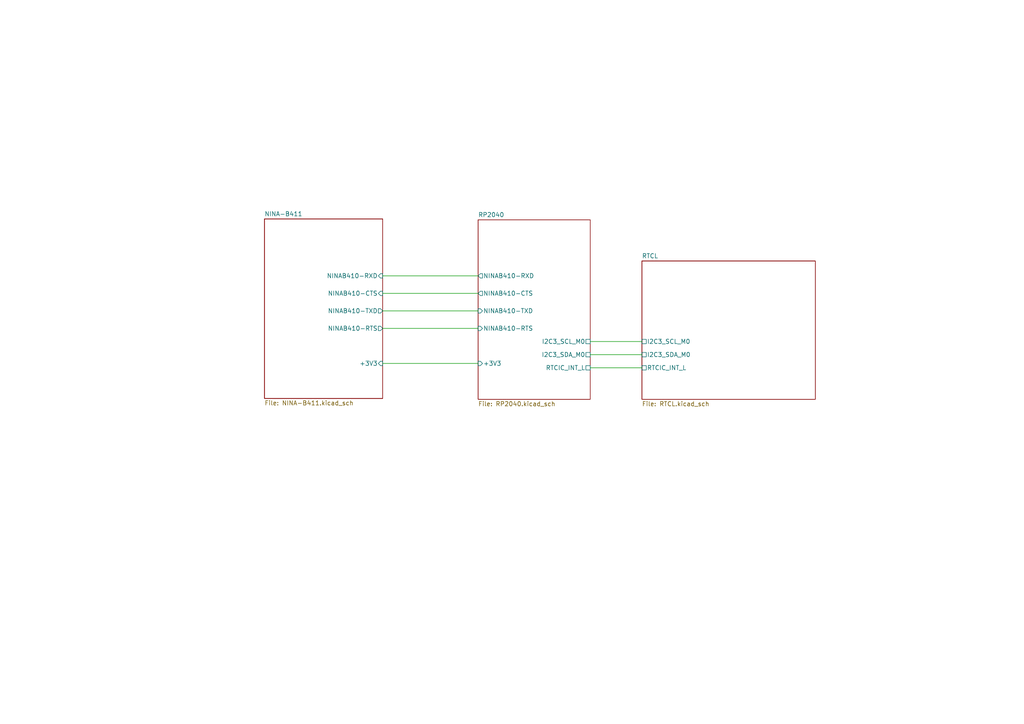
<source format=kicad_sch>
(kicad_sch (version 20230819) (generator eeschema)
  (paper "A4")
  (lib_symbols)
  (wire (pts (xy 171.196 106.68) (xy 186.182 106.68)))
  (wire (pts (xy 171.196 99.06) (xy 186.182 99.06)))
  (wire (pts (xy 110.998 85.09) (xy 138.684 85.09)))
  (wire (pts (xy 110.998 90.17) (xy 138.684 90.17)))
  (wire (pts (xy 110.998 105.41) (xy 138.684 105.41)))
  (wire (pts (xy 110.998 80.01) (xy 138.684 80.01)))
  (wire (pts (xy 110.998 95.25) (xy 138.684 95.25)))
  (wire (pts (xy 171.196 102.87) (xy 186.182 102.87)))
  (sheet (at 138.684 63.754) (size 32.512 52.07) (stroke (width 0.1524))
    (property "Sheetname" "RP2040" (at 138.684 63.0424 0) (effects (justify left bottom)))
    (property "Sheetfile" "RP2040.kicad_sch" (at 138.684 116.4086 0) (effects (justify left top)))
    (pin "+3V3" input (at 138.684 105.41 180))
    (pin "NINAB410-TXD" input (at 138.684 90.17 180))
    (pin "NINAB410-CTS" output (at 138.684 85.09 180))
    (pin "NINAB410-RTS" input (at 138.684 95.25 180))
    (pin "NINAB410-RXD" output (at 138.684 80.01 180))
    (pin "RTCIC_INT_L" passive (at 171.196 106.68 0))
    (pin "I2C3_SCL_M0" passive (at 171.196 99.06 0))
    (pin "I2C3_SDA_M0" passive (at 171.196 102.87 0))
  )
  (sheet (at 186.182 75.692) (size 50.292 40.132) (stroke (width 0.1524))
    (property "Sheetname" "RTCL" (at 186.182 74.9804 0) (effects (justify left bottom)))
    (property "Sheetfile" "RTCL.kicad_sch" (at 186.182 116.4086 0) (effects (justify left top)))
    (pin "RTCIC_INT_L" passive (at 186.182 106.68 180))
    (pin "I2C3_SDA_M0" passive (at 186.182 102.87 180))
    (pin "I2C3_SCL_M0" passive (at 186.182 99.06 180))
  )
  (sheet (at 76.708 63.5) (size 34.29 52.07) (stroke (width 0.1524))
    (property "Sheetname" "NINA-B411" (at 76.708 62.7884 0) (effects (justify left bottom)))
    (property "Sheetfile" "NINA-B411.kicad_sch" (at 76.708 116.1546 0) (effects (justify left top)))
    (pin "+3V3" input (at 110.998 105.41 0))
    (pin "NINAB410-RTS" output (at 110.998 95.25 0))
    (pin "NINAB410-TXD" output (at 110.998 90.17 0))
    (pin "NINAB410-CTS" input (at 110.998 85.09 0))
    (pin "NINAB410-RXD" input (at 110.998 80.01 0))
  )
)
</source>
